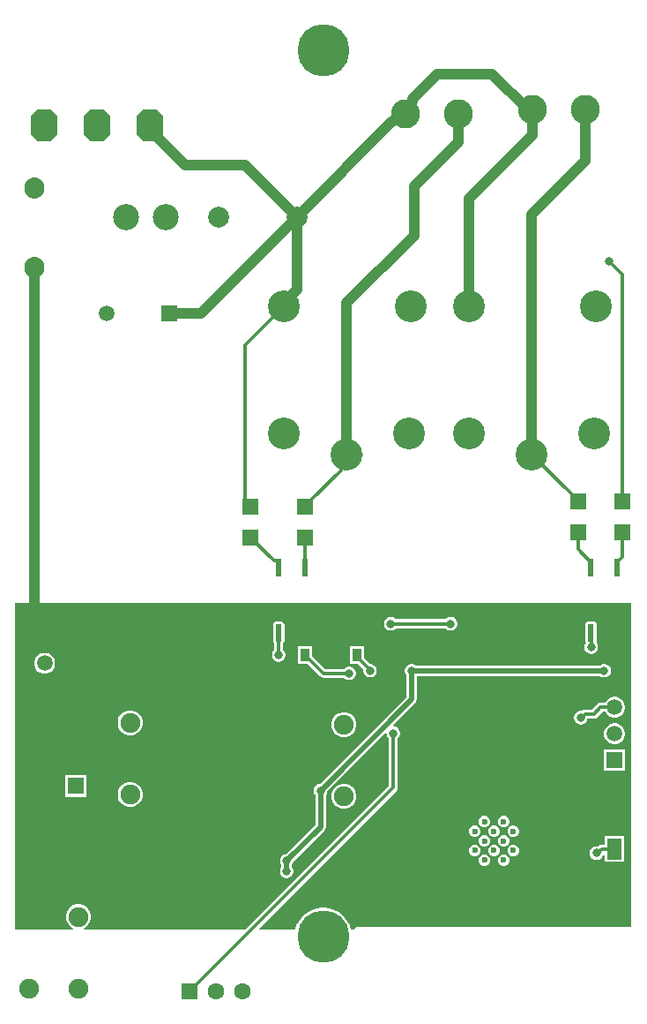
<source format=gbl>
G04*
G04 #@! TF.GenerationSoftware,Altium Limited,Altium Designer,21.3.2 (30)*
G04*
G04 Layer_Physical_Order=2*
G04 Layer_Color=16711680*
%FSTAX24Y24*%
%MOIN*%
G70*
G04*
G04 #@! TF.SameCoordinates,FE128C83-0F67-4140-98D3-9062B7FE4468*
G04*
G04*
G04 #@! TF.FilePolarity,Positive*
G04*
G01*
G75*
%ADD17C,0.0197*%
%ADD24R,0.0354X0.0472*%
%ADD65C,0.0138*%
%ADD66C,0.0394*%
%ADD67C,0.0591*%
%ADD68R,0.0591X0.0591*%
%ADD69C,0.0787*%
G04:AMPARAMS|DCode=70|XSize=98.4mil|YSize=118.1mil|CornerRadius=0mil|HoleSize=0mil|Usage=FLASHONLY|Rotation=180.000|XOffset=0mil|YOffset=0mil|HoleType=Round|Shape=Octagon|*
%AMOCTAGOND70*
4,1,8,0.0246,-0.0591,-0.0246,-0.0591,-0.0492,-0.0344,-0.0492,0.0344,-0.0246,0.0591,0.0246,0.0591,0.0492,0.0344,0.0492,-0.0344,0.0246,-0.0591,0.0*
%
%ADD70OCTAGOND70*%

%ADD71O,0.0750X0.0800*%
%ADD72C,0.0630*%
%ADD73R,0.0630X0.0630*%
%ADD74C,0.0984*%
%ADD75R,0.0630X0.0630*%
%ADD76C,0.1100*%
%ADD77C,0.1200*%
%ADD78C,0.0750*%
%ADD79C,0.0236*%
%ADD80C,0.0315*%
%ADD81C,0.1969*%
G04:AMPARAMS|DCode=82|XSize=65.4mil|YSize=23.2mil|CornerRadius=2.9mil|HoleSize=0mil|Usage=FLASHONLY|Rotation=270.000|XOffset=0mil|YOffset=0mil|HoleType=Round|Shape=RoundedRectangle|*
%AMROUNDEDRECTD82*
21,1,0.0654,0.0174,0,0,270.0*
21,1,0.0595,0.0232,0,0,270.0*
1,1,0.0058,-0.0087,-0.0298*
1,1,0.0058,-0.0087,0.0298*
1,1,0.0058,0.0087,0.0298*
1,1,0.0058,0.0087,-0.0298*
%
%ADD82ROUNDEDRECTD82*%
%ADD83R,0.0551X0.0787*%
%ADD84R,0.0630X0.0591*%
G36*
X023471Y003107D02*
X022542D01*
X022542Y003107D01*
X022529Y003104D01*
X013091D01*
X013033Y003093D01*
X012984Y00306D01*
X012955Y003017D01*
X012865D01*
X012814Y003172D01*
X012737Y003323D01*
X012637Y003461D01*
X012516Y003582D01*
X012378Y003682D01*
X012227Y003759D01*
X012065Y003812D01*
X011896Y003839D01*
X011726D01*
X011558Y003812D01*
X011395Y003759D01*
X011244Y003682D01*
X011106Y003582D01*
X010985Y003461D01*
X010885Y003323D01*
X010808Y003172D01*
X010758Y003017D01*
X00941D01*
X009391Y003063D01*
X014589Y008261D01*
X014626Y008317D01*
X014639Y008382D01*
Y010242D01*
X014673Y010276D01*
X014707Y010334D01*
X014724Y010399D01*
Y010467D01*
X014707Y010532D01*
X014673Y01059D01*
X014626Y010638D01*
X014567Y010672D01*
X014502Y010689D01*
X014488D01*
X014468Y010739D01*
X015299Y011571D01*
X015343Y011636D01*
X015358Y011713D01*
Y012595D01*
X02228D01*
X022284Y012591D01*
X022342Y012557D01*
X022407Y012539D01*
X022475D01*
X02254Y012557D01*
X022598Y012591D01*
X022646Y012638D01*
X022679Y012696D01*
X022697Y012762D01*
Y012829D01*
X022679Y012894D01*
X022646Y012952D01*
X022598Y013D01*
X02254Y013034D01*
X022475Y013051D01*
X022407D01*
X022342Y013034D01*
X022284Y013D01*
X02228Y012996D01*
X015319D01*
X015315Y013D01*
X015256Y013034D01*
X015191Y013051D01*
X015124D01*
X015059Y013034D01*
X015Y013D01*
X014953Y012952D01*
X014919Y012894D01*
X014902Y012829D01*
Y012762D01*
X014919Y012696D01*
X014953Y012638D01*
X014957Y012634D01*
Y011796D01*
X011685Y008524D01*
X011679D01*
X011614Y008506D01*
X011555Y008472D01*
X011508Y008425D01*
X011474Y008366D01*
X011457Y008301D01*
Y008234D01*
X011474Y008169D01*
X011508Y008111D01*
X011512Y008107D01*
Y006973D01*
X010405Y005866D01*
X010399D01*
X010334Y005849D01*
X010276Y005815D01*
X010228Y005767D01*
X010195Y005709D01*
X010177Y005644D01*
Y005577D01*
X010195Y005511D01*
X010228Y005453D01*
X010232Y005449D01*
Y005378D01*
X010228Y005374D01*
X010195Y005315D01*
X010177Y00525D01*
Y005183D01*
X010195Y005118D01*
X010228Y005059D01*
X010276Y005012D01*
X010334Y004978D01*
X010399Y004961D01*
X010467D01*
X010532Y004978D01*
X01059Y005012D01*
X010638Y005059D01*
X010672Y005118D01*
X010689Y005183D01*
Y00525D01*
X010672Y005315D01*
X010638Y005374D01*
X010634Y005378D01*
Y005449D01*
X010638Y005453D01*
X010672Y005511D01*
X010689Y005577D01*
Y005582D01*
X011855Y006748D01*
X011898Y006813D01*
X011913Y00689D01*
Y008107D01*
X011917Y008111D01*
X011951Y008169D01*
X011968Y008234D01*
Y00824D01*
X014163Y010434D01*
X014213Y010413D01*
Y010399D01*
X01423Y010334D01*
X014264Y010276D01*
X014298Y010242D01*
Y008453D01*
X008863Y003017D01*
X002774D01*
X002761Y003067D01*
X00285Y003119D01*
X002938Y003207D01*
X003Y003315D01*
X003032Y003435D01*
Y00356D01*
X003Y00368D01*
X002938Y003788D01*
X00285Y003876D01*
X002742Y003939D01*
X002621Y003971D01*
X002497D01*
X002376Y003939D01*
X002268Y003876D01*
X00218Y003788D01*
X002118Y00368D01*
X002086Y00356D01*
Y003435D01*
X002118Y003315D01*
X00218Y003207D01*
X002268Y003119D01*
X002357Y003067D01*
X002344Y003017D01*
X000176D01*
Y015349D01*
X023471D01*
X023471Y003107D01*
D02*
G37*
%LPC*%
G36*
X016668Y014823D02*
X0166D01*
X016535Y014805D01*
X016477Y014772D01*
X016443Y014738D01*
X014561D01*
X014527Y014772D01*
X014469Y014805D01*
X014404Y014823D01*
X014336D01*
X014271Y014805D01*
X014213Y014772D01*
X014165Y014724D01*
X014132Y014666D01*
X014114Y014601D01*
Y014533D01*
X014132Y014468D01*
X014165Y01441D01*
X014213Y014362D01*
X014271Y014328D01*
X014336Y014311D01*
X014404D01*
X014469Y014328D01*
X014527Y014362D01*
X014561Y014396D01*
X016443D01*
X016477Y014362D01*
X016535Y014328D01*
X0166Y014311D01*
X016668D01*
X016733Y014328D01*
X016791Y014362D01*
X016839Y01441D01*
X016872Y014468D01*
X01689Y014533D01*
Y014601D01*
X016872Y014666D01*
X016839Y014724D01*
X016791Y014772D01*
X016733Y014805D01*
X016668Y014823D01*
D02*
G37*
G36*
X022028Y01465D02*
X021854D01*
X021804Y01464D01*
X021762Y014612D01*
X021734Y01457D01*
X021724Y01452D01*
Y013925D01*
X021734Y013875D01*
X021753Y013847D01*
X021744Y013838D01*
X02171Y01378D01*
X021693Y013715D01*
Y013647D01*
X02171Y013582D01*
X021744Y013524D01*
X021792Y013476D01*
X02185Y013443D01*
X021915Y013425D01*
X021983D01*
X022048Y013443D01*
X022106Y013476D01*
X022154Y013524D01*
X022187Y013582D01*
X022205Y013647D01*
Y013715D01*
X022187Y01378D01*
X022154Y013838D01*
X022136Y013856D01*
X022148Y013875D01*
X022158Y013925D01*
Y01452D01*
X022148Y01457D01*
X02212Y014612D01*
X022078Y01464D01*
X022028Y01465D01*
D02*
G37*
G36*
X010217D02*
X010043D01*
X009993Y01464D01*
X009951Y014612D01*
X009923Y01457D01*
X009913Y01452D01*
Y013925D01*
X009923Y013875D01*
X009951Y013833D01*
X009963Y013825D01*
Y013573D01*
X009933Y013543D01*
X009899Y013485D01*
X009882Y01342D01*
Y013352D01*
X009899Y013287D01*
X009933Y013229D01*
X009981Y013181D01*
X010039Y013147D01*
X010104Y01313D01*
X010171D01*
X010237Y013147D01*
X010295Y013181D01*
X010343Y013229D01*
X010376Y013287D01*
X010394Y013352D01*
Y01342D01*
X010376Y013485D01*
X010343Y013543D01*
X010304Y013581D01*
Y01383D01*
X010309Y013833D01*
X010337Y013875D01*
X010347Y013925D01*
Y01452D01*
X010337Y01457D01*
X010309Y014612D01*
X010267Y01464D01*
X010217Y01465D01*
D02*
G37*
G36*
X001331Y013465D02*
X001228D01*
X001128Y013438D01*
X001038Y013386D01*
X000964Y013313D01*
X000913Y013223D01*
X000886Y013123D01*
Y013019D01*
X000913Y012919D01*
X000964Y012829D01*
X001038Y012756D01*
X001128Y012704D01*
X001228Y012677D01*
X001331D01*
X001431Y012704D01*
X001521Y012756D01*
X001595Y012829D01*
X001646Y012919D01*
X001673Y013019D01*
Y013123D01*
X001646Y013223D01*
X001595Y013313D01*
X001521Y013386D01*
X001431Y013438D01*
X001331Y013465D01*
D02*
G37*
G36*
X013366Y01372D02*
X012815D01*
Y013051D01*
X013125D01*
X013331Y012845D01*
X013327Y012829D01*
Y012762D01*
X013344Y012696D01*
X013378Y012638D01*
X013426Y012591D01*
X013484Y012557D01*
X013549Y012539D01*
X013616D01*
X013681Y012557D01*
X01374Y012591D01*
X013787Y012638D01*
X013821Y012696D01*
X013839Y012762D01*
Y012829D01*
X013821Y012894D01*
X013787Y012952D01*
X01374Y013D01*
X013681Y013034D01*
X013616Y013051D01*
X013607D01*
X013366Y013292D01*
Y01372D01*
D02*
G37*
G36*
X011398D02*
X010846D01*
Y013051D01*
X011214D01*
X011216Y013051D01*
X01169Y012576D01*
X011746Y012539D01*
X011811Y012526D01*
X012604D01*
X012638Y012492D01*
X012696Y012458D01*
X012762Y012441D01*
X012829D01*
X012894Y012458D01*
X012952Y012492D01*
X013Y01254D01*
X013034Y012598D01*
X013051Y012663D01*
Y012731D01*
X013034Y012796D01*
X013Y012854D01*
X012952Y012902D01*
X012894Y012935D01*
X012829Y012953D01*
X012762D01*
X012696Y012935D01*
X012638Y012902D01*
X012604Y012867D01*
X011882D01*
X01141Y013339D01*
X011398Y013347D01*
Y01372D01*
D02*
G37*
G36*
X022886Y011811D02*
X022783D01*
X022683Y011784D01*
X022593Y011732D01*
X02252Y011659D01*
X022479Y011588D01*
X02231D01*
X022244Y011575D01*
X022189Y011538D01*
X021977Y011325D01*
X021724D01*
X021659Y011313D01*
X021604Y011276D01*
X021589Y01128D01*
X021521D01*
X021456Y011262D01*
X021398Y011228D01*
X02135Y011181D01*
X021317Y011122D01*
X021299Y011057D01*
Y01099D01*
X021317Y010925D01*
X02135Y010866D01*
X021398Y010819D01*
X021456Y010785D01*
X021521Y010768D01*
X021589D01*
X021654Y010785D01*
X021712Y010819D01*
X02176Y010866D01*
X021794Y010925D01*
X02181Y010984D01*
X022047D01*
X022113Y010997D01*
X022168Y011034D01*
X02238Y011247D01*
X022479D01*
X02252Y011176D01*
X022593Y011102D01*
X022683Y01105D01*
X022783Y011024D01*
X022886D01*
X022987Y01105D01*
X023076Y011102D01*
X02315Y011176D01*
X023202Y011265D01*
X023228Y011365D01*
Y011469D01*
X023202Y011569D01*
X02315Y011659D01*
X023076Y011732D01*
X022987Y011784D01*
X022886Y011811D01*
D02*
G37*
G36*
X00458Y0113D02*
X004455D01*
X004335Y011268D01*
X004227Y011206D01*
X004139Y011117D01*
X004076Y01101D01*
X004044Y010889D01*
Y010764D01*
X004076Y010644D01*
X004139Y010536D01*
X004227Y010448D01*
X004335Y010386D01*
X004455Y010353D01*
X00458D01*
X0047Y010386D01*
X004808Y010448D01*
X004896Y010536D01*
X004959Y010644D01*
X004991Y010764D01*
Y010889D01*
X004959Y01101D01*
X004896Y011117D01*
X004808Y011206D01*
X0047Y011268D01*
X00458Y0113D01*
D02*
G37*
G36*
X012661Y011233D02*
X012536D01*
X012416Y011201D01*
X012308Y011139D01*
X01222Y011051D01*
X012157Y010943D01*
X012125Y010822D01*
Y010698D01*
X012157Y010577D01*
X01222Y010469D01*
X012308Y010381D01*
X012416Y010319D01*
X012536Y010287D01*
X012661D01*
X012781Y010319D01*
X012889Y010381D01*
X012977Y010469D01*
X01304Y010577D01*
X013072Y010698D01*
Y010822D01*
X01304Y010943D01*
X012977Y011051D01*
X012889Y011139D01*
X012781Y011201D01*
X012661Y011233D01*
D02*
G37*
G36*
X022886Y010811D02*
X022783D01*
X022683Y010784D01*
X022593Y010732D01*
X02252Y010659D01*
X022468Y010569D01*
X022441Y010469D01*
Y010365D01*
X022468Y010265D01*
X02252Y010176D01*
X022593Y010102D01*
X022683Y01005D01*
X022783Y010024D01*
X022886D01*
X022987Y01005D01*
X023076Y010102D01*
X02315Y010176D01*
X023202Y010265D01*
X023228Y010365D01*
Y010469D01*
X023202Y010569D01*
X02315Y010659D01*
X023076Y010732D01*
X022987Y010784D01*
X022886Y010811D01*
D02*
G37*
G36*
X023228Y009811D02*
X022441D01*
Y009024D01*
X023228D01*
Y009811D01*
D02*
G37*
G36*
X002874Y008862D02*
X002047D01*
Y008035D01*
X002874D01*
Y008862D01*
D02*
G37*
G36*
X00458Y00859D02*
X004455D01*
X004335Y008558D01*
X004227Y008496D01*
X004139Y008407D01*
X004076Y0083D01*
X004044Y008179D01*
Y008054D01*
X004076Y007934D01*
X004139Y007826D01*
X004227Y007738D01*
X004335Y007676D01*
X004455Y007643D01*
X00458D01*
X0047Y007676D01*
X004808Y007738D01*
X004896Y007826D01*
X004959Y007934D01*
X004991Y008054D01*
Y008179D01*
X004959Y0083D01*
X004896Y008407D01*
X004808Y008496D01*
X0047Y008558D01*
X00458Y00859D01*
D02*
G37*
G36*
X012661Y008523D02*
X012536D01*
X012416Y008491D01*
X012308Y008429D01*
X01222Y008341D01*
X012157Y008233D01*
X012125Y008112D01*
Y007988D01*
X012157Y007867D01*
X01222Y007759D01*
X012308Y007671D01*
X012416Y007609D01*
X012536Y007577D01*
X012661D01*
X012781Y007609D01*
X012889Y007671D01*
X012977Y007759D01*
X01304Y007867D01*
X013072Y007988D01*
Y008112D01*
X01304Y008233D01*
X012977Y008341D01*
X012889Y008429D01*
X012781Y008491D01*
X012661Y008523D01*
D02*
G37*
G36*
X018678Y007303D02*
X018592D01*
X018512Y00727D01*
X018451Y007209D01*
X018418Y00713D01*
Y007044D01*
X018451Y006964D01*
X018512Y006903D01*
X018592Y00687D01*
X018678D01*
X018757Y006903D01*
X018818Y006964D01*
X018851Y007044D01*
Y00713D01*
X018818Y007209D01*
X018757Y00727D01*
X018678Y007303D01*
D02*
G37*
G36*
X017955D02*
X017869D01*
X01779Y00727D01*
X017729Y007209D01*
X017696Y00713D01*
Y007044D01*
X017729Y006964D01*
X01779Y006903D01*
X017869Y00687D01*
X017955D01*
X018035Y006903D01*
X018096Y006964D01*
X018129Y007044D01*
Y00713D01*
X018096Y007209D01*
X018035Y00727D01*
X017955Y007303D01*
D02*
G37*
G36*
X019039Y006942D02*
X018953D01*
X018873Y006909D01*
X018812Y006848D01*
X01878Y006768D01*
Y006682D01*
X018812Y006603D01*
X018873Y006542D01*
X018953Y006509D01*
X019039D01*
X019119Y006542D01*
X01918Y006603D01*
X019213Y006682D01*
Y006768D01*
X01918Y006848D01*
X019119Y006909D01*
X019039Y006942D01*
D02*
G37*
G36*
X018317D02*
X018231D01*
X018151Y006909D01*
X01809Y006848D01*
X018057Y006768D01*
Y006682D01*
X01809Y006603D01*
X018151Y006542D01*
X018231Y006509D01*
X018317D01*
X018396Y006542D01*
X018457Y006603D01*
X01849Y006682D01*
Y006768D01*
X018457Y006848D01*
X018396Y006909D01*
X018317Y006942D01*
D02*
G37*
G36*
X017594D02*
X017508D01*
X017429Y006909D01*
X017368Y006848D01*
X017335Y006768D01*
Y006682D01*
X017368Y006603D01*
X017429Y006542D01*
X017508Y006509D01*
X017594D01*
X017674Y006542D01*
X017735Y006603D01*
X017768Y006682D01*
Y006768D01*
X017735Y006848D01*
X017674Y006909D01*
X017594Y006942D01*
D02*
G37*
G36*
X023209Y006555D02*
X022461D01*
Y006234D01*
X022351D01*
X022286Y006221D01*
X02223Y006184D01*
X022202Y006155D01*
X022179Y006161D01*
X022112D01*
X022047Y006144D01*
X021989Y00611D01*
X021941Y006063D01*
X021907Y006004D01*
X02189Y005939D01*
Y005872D01*
X021907Y005807D01*
X021941Y005748D01*
X021989Y005701D01*
X022047Y005667D01*
X022112Y00565D01*
X022179D01*
X022244Y005667D01*
X022303Y005701D01*
X02235Y005748D01*
X022384Y005807D01*
X022392Y005837D01*
X022411Y005847D01*
X022461Y005819D01*
Y005571D01*
X023209D01*
Y006555D01*
D02*
G37*
G36*
X018678Y006581D02*
X018592D01*
X018512Y006548D01*
X018451Y006487D01*
X018418Y006407D01*
Y006321D01*
X018451Y006242D01*
X018512Y006181D01*
X018592Y006148D01*
X018678D01*
X018757Y006181D01*
X018818Y006242D01*
X018851Y006321D01*
Y006407D01*
X018818Y006487D01*
X018757Y006548D01*
X018678Y006581D01*
D02*
G37*
G36*
X017955D02*
X017869D01*
X01779Y006548D01*
X017729Y006487D01*
X017696Y006407D01*
Y006321D01*
X017729Y006242D01*
X01779Y006181D01*
X017869Y006148D01*
X017955D01*
X018035Y006181D01*
X018096Y006242D01*
X018129Y006321D01*
Y006407D01*
X018096Y006487D01*
X018035Y006548D01*
X017955Y006581D01*
D02*
G37*
G36*
X019039Y006219D02*
X018953D01*
X018873Y006187D01*
X018812Y006126D01*
X01878Y006046D01*
Y00596D01*
X018812Y00588D01*
X018873Y005819D01*
X018953Y005786D01*
X019039D01*
X019119Y005819D01*
X01918Y00588D01*
X019213Y00596D01*
Y006046D01*
X01918Y006126D01*
X019119Y006187D01*
X019039Y006219D01*
D02*
G37*
G36*
X018317D02*
X018231D01*
X018151Y006187D01*
X01809Y006126D01*
X018057Y006046D01*
Y00596D01*
X01809Y00588D01*
X018151Y005819D01*
X018231Y005786D01*
X018317D01*
X018396Y005819D01*
X018457Y00588D01*
X01849Y00596D01*
Y006046D01*
X018457Y006126D01*
X018396Y006187D01*
X018317Y006219D01*
D02*
G37*
G36*
X017594D02*
X017508D01*
X017429Y006187D01*
X017368Y006126D01*
X017335Y006046D01*
Y00596D01*
X017368Y00588D01*
X017429Y005819D01*
X017508Y005786D01*
X017594D01*
X017674Y005819D01*
X017735Y00588D01*
X017768Y00596D01*
Y006046D01*
X017735Y006126D01*
X017674Y006187D01*
X017594Y006219D01*
D02*
G37*
G36*
X018678Y005858D02*
X018592D01*
X018512Y005825D01*
X018451Y005764D01*
X018418Y005685D01*
Y005599D01*
X018451Y005519D01*
X018512Y005458D01*
X018592Y005425D01*
X018678D01*
X018757Y005458D01*
X018818Y005519D01*
X018851Y005599D01*
Y005685D01*
X018818Y005764D01*
X018757Y005825D01*
X018678Y005858D01*
D02*
G37*
G36*
X017955D02*
X017869D01*
X01779Y005825D01*
X017729Y005764D01*
X017696Y005685D01*
Y005599D01*
X017729Y005519D01*
X01779Y005458D01*
X017869Y005425D01*
X017955D01*
X018035Y005458D01*
X018096Y005519D01*
X018129Y005599D01*
Y005685D01*
X018096Y005764D01*
X018035Y005825D01*
X017955Y005858D01*
D02*
G37*
%LPD*%
D17*
X010433Y005217D02*
Y00561D01*
X015157Y011713D02*
Y012795D01*
X022441D01*
X011713Y00689D02*
Y008268D01*
X010433Y00561D02*
X011713Y00689D01*
Y008268D02*
X015157Y011713D01*
D24*
X011122Y013386D02*
D03*
X012022D02*
D03*
X013091D02*
D03*
X013991D02*
D03*
D65*
X021593Y011024D02*
X021724Y011155D01*
X02231Y011417D02*
X022835D01*
X022047Y011155D02*
X02231Y011417D01*
X021555Y011024D02*
X021593D01*
X021724Y011155D02*
X022047D01*
X008858Y025079D02*
X010335Y026555D01*
X008858Y019193D02*
X009055Y018996D01*
X008858Y019193D02*
Y025079D01*
X012697Y020965D02*
X013268D01*
X011368Y019222D02*
Y019242D01*
X012494Y020368D01*
Y020761D02*
X012697Y020965D01*
X011122Y018996D02*
X011142D01*
X011368Y019222D01*
X012494Y020368D02*
Y020761D01*
X02313Y019193D02*
Y027756D01*
X022638Y028248D02*
X02313Y027756D01*
X019685Y020965D02*
Y020965D01*
X021211Y019419D02*
X021437Y019193D01*
X021457D01*
X021211Y019419D02*
Y019439D01*
X019685Y020965D02*
X021211Y019439D01*
X011811Y012697D02*
X012795D01*
X010134Y01339D02*
X010138Y013386D01*
X010134Y01339D02*
Y014218D01*
X021941Y014222D02*
X021945Y014218D01*
Y013685D02*
Y014218D01*
Y013685D02*
X021949Y013681D01*
X01437Y014567D02*
X016634D01*
X01013Y014222D02*
X010134Y014218D01*
X013583Y012795D02*
Y012835D01*
X013091Y013327D02*
X013583Y012835D01*
X011289Y013218D02*
X011811Y012697D01*
X014468Y008382D02*
Y010433D01*
X013091Y013327D02*
Y013386D01*
X01123Y013218D02*
X011289D01*
X011122Y013327D02*
Y013386D01*
Y013327D02*
X01123Y013218D01*
X006776Y000689D02*
X014468Y008382D01*
X01113Y016683D02*
Y017807D01*
X011122Y017815D02*
X01113Y017807D01*
X022146Y005906D02*
X022194D01*
X022351Y006063D02*
X022835D01*
X022194Y005906D02*
X022351Y006063D01*
X022941Y016894D02*
X02313Y017083D01*
Y018012D01*
X022941Y016683D02*
Y016894D01*
X021457Y017378D02*
X021941Y016894D01*
Y016683D02*
Y016894D01*
X021457Y017378D02*
Y018012D01*
X009055Y017815D02*
X009075D01*
X009949Y016941D01*
X010083D01*
X01013Y016894D01*
Y016683D02*
Y016894D01*
X009047Y017807D02*
X009055Y017815D01*
D66*
X015256Y031102D02*
X016921Y032768D01*
X012697Y026673D02*
X015256Y029232D01*
Y031102D01*
X014416Y033505D02*
X01473Y033819D01*
X010827Y029921D02*
X01441Y033505D01*
X01473Y033819D02*
X014921D01*
X01441Y033505D02*
X014416D01*
X016921Y032768D02*
Y033819D01*
X017323Y03061D02*
X019732Y03302D01*
Y033976D01*
X017323Y026555D02*
Y03061D01*
X00187Y013301D02*
Y013315D01*
X001524Y013661D02*
X00187Y013315D01*
X002101Y013071D02*
X008366D01*
X00187Y013301D02*
X002101Y013071D01*
X000886Y014075D02*
Y028004D01*
Y014075D02*
X001299Y013661D01*
X001524D01*
X010335Y026697D02*
X010827Y027189D01*
Y029921D01*
X010335Y026555D02*
Y026697D01*
X010827Y029921D02*
X010827Y029921D01*
X012697Y020965D02*
Y026673D01*
X006004Y026299D02*
X007205D01*
X010827Y029921D01*
X005248Y033236D02*
Y033394D01*
Y033236D02*
X006594Y03189D01*
X008858D02*
X010827Y029921D01*
X006594Y03189D02*
X008858D01*
X021732Y032067D02*
Y033976D01*
X019685Y020965D02*
Y03002D01*
X021732Y032067D01*
X019567Y033976D02*
X019732D01*
X016142Y035335D02*
X018209D01*
X019567Y033976D01*
X015186Y034275D02*
Y034379D01*
X014921Y033819D02*
Y03401D01*
X015186Y034275D01*
Y034379D02*
X016142Y035335D01*
D67*
X022835Y011417D02*
D03*
Y010417D02*
D03*
X00128Y013071D02*
D03*
X008366D02*
D03*
X003642Y026299D02*
D03*
D68*
X022835Y009417D02*
D03*
X006004Y026299D02*
D03*
D69*
X007874Y029921D02*
D03*
X010827D02*
D03*
D70*
X005248Y033394D02*
D03*
X003248D02*
D03*
X001248D02*
D03*
D71*
X000886Y031004D02*
D03*
Y028004D02*
D03*
D72*
X002461Y009449D02*
D03*
X008776Y000689D02*
D03*
X007776D02*
D03*
D73*
X002461Y008449D02*
D03*
D74*
X005868Y029931D02*
D03*
X004368Y029911D02*
D03*
D75*
X006776Y000689D02*
D03*
D76*
X019732Y033976D02*
D03*
X021732D02*
D03*
X016921Y033819D02*
D03*
X014921D02*
D03*
D77*
X012697Y020965D02*
D03*
X010335Y026555D02*
D03*
X015135D02*
D03*
X010335Y021752D02*
D03*
X015059D02*
D03*
X022047D02*
D03*
X017323D02*
D03*
X022123Y026555D02*
D03*
X017323D02*
D03*
X019685Y020965D02*
D03*
D78*
X010718Y01076D02*
D03*
X012598Y00805D02*
D03*
X010718D02*
D03*
X012598Y01076D02*
D03*
X006398Y008117D02*
D03*
X004518Y010827D02*
D03*
X006398D02*
D03*
X004518Y008117D02*
D03*
X000679Y003497D02*
D03*
X002559Y000787D02*
D03*
X000679D02*
D03*
X002559Y003497D02*
D03*
D79*
X017912Y007087D02*
D03*
X018635D02*
D03*
X017551Y006725D02*
D03*
X018274D02*
D03*
X018996D02*
D03*
X017912Y006364D02*
D03*
X018635D02*
D03*
X017551Y006003D02*
D03*
X018274D02*
D03*
X018996D02*
D03*
X017912Y005642D02*
D03*
X018635D02*
D03*
D80*
X022146Y005906D02*
D03*
X020571Y011909D02*
D03*
X021555Y011024D02*
D03*
X010433Y005217D02*
D03*
X022146Y00374D02*
D03*
X022835Y007972D02*
D03*
X016339Y015157D02*
D03*
X022638Y028248D02*
D03*
X012795Y012697D02*
D03*
X016043Y012402D02*
D03*
X023228Y004331D02*
D03*
X006594Y006791D02*
D03*
X010138Y013386D02*
D03*
X015157Y012795D02*
D03*
X020079Y011024D02*
D03*
X021457Y015059D02*
D03*
X021949Y013681D02*
D03*
X016634Y014567D02*
D03*
X01437D02*
D03*
X011319Y007283D02*
D03*
X01378Y003445D02*
D03*
X011516Y006102D02*
D03*
X022441Y012795D02*
D03*
X013583D02*
D03*
X011713Y008268D02*
D03*
X010433Y00561D02*
D03*
X014468Y010433D02*
D03*
D81*
X011811Y03622D02*
D03*
Y002756D02*
D03*
D82*
X01013Y016683D02*
D03*
X01113D02*
D03*
Y014222D02*
D03*
X01013D02*
D03*
X021941D02*
D03*
X022941D02*
D03*
Y016683D02*
D03*
X021941D02*
D03*
D83*
X022835Y003543D02*
D03*
Y006063D02*
D03*
D84*
X02313Y019193D02*
D03*
Y018012D02*
D03*
X021457Y019193D02*
D03*
Y018012D02*
D03*
X009055Y018996D02*
D03*
Y017815D02*
D03*
X011122Y018996D02*
D03*
Y017815D02*
D03*
M02*

</source>
